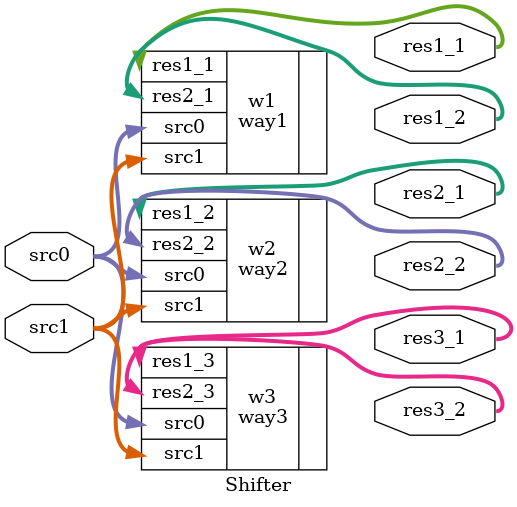
<source format=v>
`timescale 1ns / 1ps


module Shifter(
    input                   [31 : 0]        src0,
    input                   [ 4 : 0]        src1,
    output                  [31 : 0]        res1_1,       //第一种方法，逻辑右移
    output                  [31 : 0]        res1_2,       //第二种方法，逻辑右移
    output                  [31 : 0]        res2_1,       //第一种方法，算数右移
    output                  [31 : 0]        res2_2,       //第二种方法，算数右移
    output                  [31 : 0]        res3_1,       //第一种方法，逻辑右移
    output                  [31 : 0]        res3_2       //第二种方法，逻辑右移
);
// Write your code here
way1 w1(
    .src0(src0),
    .src1(src1),
    .res1_1(res1_1),
    .res2_1(res1_2)
);

way2 w2(
    .src0(src0),
    .src1(src1),
    .res1_2(res2_1),
    .res2_2(res2_2)
);

way3 w3(
    .src0(src0),
    .src1(src1),
    .res1_3(res3_1),
    .res2_3(res3_2)
);
// End of your code
endmodule
/*module way1(
    input                   [31 : 0]        src0,
    input                   [ 4 : 0]        src1,
    output  reg             [31 : 0]        res1_1,       //逻辑右移
    output  reg             [31 : 0]        res2_1        //算数右移
);*/

</source>
